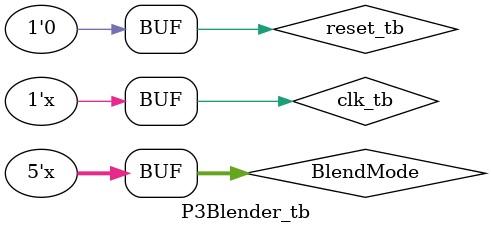
<source format=sv>

module P3Blender_tb;
logic [1:0] out_tb;
logic  clk_tb, reset_tb;
logic [4:0] BlendMode;

P3Blender TestblendP2(
.y (out_tb),
.clk (clk_tb),
.reset (reset_tb),
.Mode (BlendMode)
);
// Initialize the testbench
initial begin
clk_tb = 0;
reset_tb = 1;
BlendMode = 0;
end
initial begin 
#15 reset_tb = 0;
end

always 
begin
#10 clk_tb = ~clk_tb; // The clock cycle being an order of magnitude faster than the mode change allows for it to cycle through every state at least twice.
end

always
begin 
#400 BlendMode = BlendMode +1; // The counting up of the mode allows for the cycling through the modes
end 

endmodule

</source>
